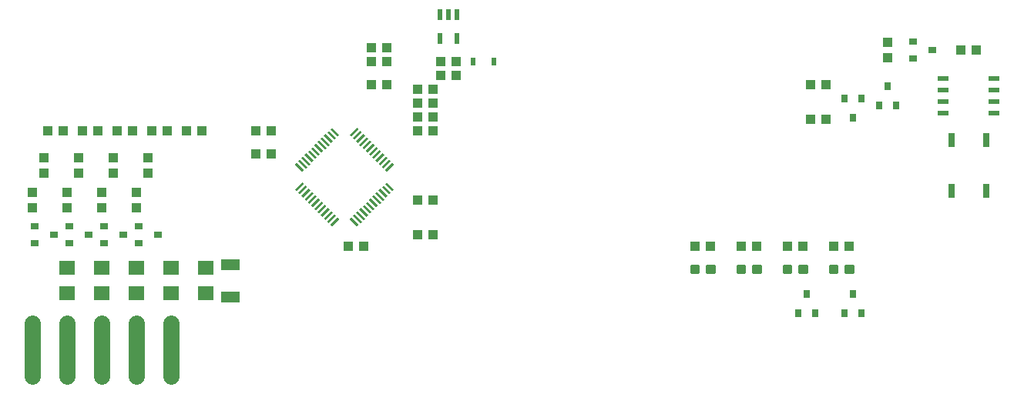
<source format=gtp>
G75*
%MOIN*%
%OFA0B0*%
%FSLAX25Y25*%
%IPPOS*%
%LPD*%
%AMOC8*
5,1,8,0,0,1.08239X$1,22.5*
%
%ADD10R,0.08110X0.05000*%
%ADD11R,0.04331X0.03937*%
%ADD12R,0.07087X0.06299*%
%ADD13R,0.03150X0.03543*%
%ADD14R,0.02480X0.03268*%
%ADD15R,0.04724X0.02362*%
%ADD16R,0.03543X0.03150*%
%ADD17R,0.03937X0.04331*%
%ADD18R,0.03000X0.06000*%
%ADD19C,0.07000*%
%ADD20R,0.02165X0.04724*%
%ADD21R,0.01000X0.04500*%
%ADD22R,0.04500X0.01000*%
%ADD23C,0.01181*%
D10*
X0503833Y0051424D03*
X0503833Y0065243D03*
D11*
X0554987Y0073333D03*
X0561680Y0073333D03*
X0584987Y0078333D03*
X0591680Y0078333D03*
X0591680Y0093333D03*
X0584987Y0093333D03*
X0521680Y0113333D03*
X0514987Y0113333D03*
X0514987Y0123333D03*
X0521680Y0123333D03*
X0491680Y0123333D03*
X0484987Y0123333D03*
X0476680Y0123333D03*
X0469987Y0123333D03*
X0461680Y0123333D03*
X0454987Y0123333D03*
X0446680Y0123333D03*
X0439987Y0123333D03*
X0431680Y0123333D03*
X0424987Y0123333D03*
X0564987Y0143333D03*
X0571680Y0143333D03*
X0584987Y0141333D03*
X0591680Y0141333D03*
X0591680Y0135333D03*
X0584987Y0135333D03*
X0584987Y0129333D03*
X0591680Y0129333D03*
X0591680Y0123333D03*
X0584987Y0123333D03*
X0594987Y0147333D03*
X0601680Y0147333D03*
X0601680Y0153333D03*
X0594987Y0153333D03*
X0571680Y0153333D03*
X0564987Y0153333D03*
X0564987Y0159333D03*
X0571680Y0159333D03*
X0754987Y0143333D03*
X0761680Y0143333D03*
X0761680Y0128333D03*
X0754987Y0128333D03*
X0819987Y0158333D03*
X0826680Y0158333D03*
X0771680Y0073333D03*
X0764987Y0073333D03*
X0751680Y0073333D03*
X0744987Y0073333D03*
X0731680Y0073333D03*
X0724987Y0073333D03*
X0711680Y0073333D03*
X0704987Y0073333D03*
D12*
X0493333Y0063845D03*
X0478333Y0063845D03*
X0463333Y0063845D03*
X0448333Y0063845D03*
X0433333Y0063845D03*
X0433333Y0052822D03*
X0448333Y0052822D03*
X0463333Y0052822D03*
X0478333Y0052822D03*
X0493333Y0052822D03*
D13*
X0749593Y0044396D03*
X0757073Y0044396D03*
X0769593Y0044396D03*
X0777073Y0044396D03*
X0773333Y0052664D03*
X0753333Y0052664D03*
X0773333Y0129003D03*
X0784593Y0134396D03*
X0792073Y0134396D03*
X0777073Y0137270D03*
X0769593Y0137270D03*
X0788333Y0142664D03*
D14*
X0617861Y0153333D03*
X0608806Y0153333D03*
D15*
X0812310Y0145833D03*
X0812310Y0140833D03*
X0812310Y0135833D03*
X0812310Y0130833D03*
X0834357Y0130833D03*
X0834357Y0135833D03*
X0834357Y0140833D03*
X0834357Y0145833D03*
D16*
X0799396Y0154593D03*
X0807664Y0158333D03*
X0799396Y0162073D03*
X0464396Y0082073D03*
X0457664Y0078333D03*
X0472664Y0078333D03*
X0464396Y0074593D03*
X0449396Y0074593D03*
X0442664Y0078333D03*
X0449396Y0082073D03*
X0434396Y0082073D03*
X0427664Y0078333D03*
X0434396Y0074593D03*
X0419396Y0074593D03*
X0419396Y0082073D03*
D17*
X0418333Y0089987D03*
X0433333Y0089987D03*
X0448333Y0089987D03*
X0463333Y0089987D03*
X0463333Y0096680D03*
X0448333Y0096680D03*
X0433333Y0096680D03*
X0418333Y0096680D03*
X0423333Y0104987D03*
X0438333Y0104987D03*
X0453333Y0104987D03*
X0468333Y0104987D03*
X0468333Y0111680D03*
X0453333Y0111680D03*
X0438333Y0111680D03*
X0423333Y0111680D03*
X0788333Y0154987D03*
X0788333Y0161680D03*
D18*
X0815833Y0119333D03*
X0830833Y0119333D03*
X0830833Y0097333D03*
X0815833Y0097333D03*
D19*
X0418333Y0039833D02*
X0418333Y0016833D01*
X0433333Y0016833D02*
X0433333Y0039833D01*
X0448333Y0039833D02*
X0448333Y0016833D01*
X0463333Y0016833D02*
X0463333Y0039833D01*
X0478333Y0039833D02*
X0478333Y0016833D01*
D20*
X0594593Y0163215D03*
X0602073Y0163215D03*
X0602073Y0173452D03*
X0598333Y0173452D03*
X0594593Y0173452D03*
D21*
G36*
X0556272Y0120877D02*
X0555565Y0121584D01*
X0558746Y0124765D01*
X0559453Y0124058D01*
X0556272Y0120877D01*
G37*
G36*
X0557664Y0119485D02*
X0556957Y0120192D01*
X0560138Y0123373D01*
X0560845Y0122666D01*
X0557664Y0119485D01*
G37*
G36*
X0559056Y0118093D02*
X0558349Y0118800D01*
X0561530Y0121981D01*
X0562237Y0121274D01*
X0559056Y0118093D01*
G37*
G36*
X0560448Y0116701D02*
X0559741Y0117408D01*
X0562922Y0120589D01*
X0563629Y0119882D01*
X0560448Y0116701D01*
G37*
G36*
X0561840Y0115309D02*
X0561133Y0116016D01*
X0564314Y0119197D01*
X0565021Y0118490D01*
X0561840Y0115309D01*
G37*
G36*
X0563232Y0113917D02*
X0562525Y0114624D01*
X0565706Y0117805D01*
X0566413Y0117098D01*
X0563232Y0113917D01*
G37*
G36*
X0564624Y0112525D02*
X0563917Y0113232D01*
X0567098Y0116413D01*
X0567805Y0115706D01*
X0564624Y0112525D01*
G37*
G36*
X0566016Y0111133D02*
X0565309Y0111840D01*
X0568490Y0115021D01*
X0569197Y0114314D01*
X0566016Y0111133D01*
G37*
G36*
X0567408Y0109741D02*
X0566701Y0110448D01*
X0569882Y0113629D01*
X0570589Y0112922D01*
X0567408Y0109741D01*
G37*
G36*
X0568800Y0108349D02*
X0568093Y0109056D01*
X0571274Y0112237D01*
X0571981Y0111530D01*
X0568800Y0108349D01*
G37*
G36*
X0570192Y0106957D02*
X0569485Y0107664D01*
X0572666Y0110845D01*
X0573373Y0110138D01*
X0570192Y0106957D01*
G37*
G36*
X0571584Y0105565D02*
X0570877Y0106272D01*
X0574058Y0109453D01*
X0574765Y0108746D01*
X0571584Y0105565D01*
G37*
G36*
X0532609Y0097213D02*
X0531902Y0097920D01*
X0535083Y0101101D01*
X0535790Y0100394D01*
X0532609Y0097213D01*
G37*
G36*
X0534001Y0095822D02*
X0533294Y0096529D01*
X0536475Y0099710D01*
X0537182Y0099003D01*
X0534001Y0095822D01*
G37*
G36*
X0535393Y0094430D02*
X0534686Y0095137D01*
X0537867Y0098318D01*
X0538574Y0097611D01*
X0535393Y0094430D01*
G37*
G36*
X0536785Y0093038D02*
X0536078Y0093745D01*
X0539259Y0096926D01*
X0539966Y0096219D01*
X0536785Y0093038D01*
G37*
G36*
X0538177Y0091646D02*
X0537470Y0092353D01*
X0540651Y0095534D01*
X0541358Y0094827D01*
X0538177Y0091646D01*
G37*
G36*
X0539569Y0090254D02*
X0538862Y0090961D01*
X0542043Y0094142D01*
X0542750Y0093435D01*
X0539569Y0090254D01*
G37*
G36*
X0540961Y0088862D02*
X0540254Y0089569D01*
X0543435Y0092750D01*
X0544142Y0092043D01*
X0540961Y0088862D01*
G37*
G36*
X0542353Y0087470D02*
X0541646Y0088177D01*
X0544827Y0091358D01*
X0545534Y0090651D01*
X0542353Y0087470D01*
G37*
G36*
X0543745Y0086078D02*
X0543038Y0086785D01*
X0546219Y0089966D01*
X0546926Y0089259D01*
X0543745Y0086078D01*
G37*
G36*
X0545137Y0084686D02*
X0544430Y0085393D01*
X0547611Y0088574D01*
X0548318Y0087867D01*
X0545137Y0084686D01*
G37*
G36*
X0546529Y0083294D02*
X0545822Y0084001D01*
X0549003Y0087182D01*
X0549710Y0086475D01*
X0546529Y0083294D01*
G37*
G36*
X0547920Y0081902D02*
X0547213Y0082609D01*
X0550394Y0085790D01*
X0551101Y0085083D01*
X0547920Y0081902D01*
G37*
D22*
G36*
X0558746Y0081902D02*
X0555565Y0085083D01*
X0556272Y0085790D01*
X0559453Y0082609D01*
X0558746Y0081902D01*
G37*
G36*
X0560138Y0083294D02*
X0556957Y0086475D01*
X0557664Y0087182D01*
X0560845Y0084001D01*
X0560138Y0083294D01*
G37*
G36*
X0561530Y0084686D02*
X0558349Y0087867D01*
X0559056Y0088574D01*
X0562237Y0085393D01*
X0561530Y0084686D01*
G37*
G36*
X0562922Y0086078D02*
X0559741Y0089259D01*
X0560448Y0089966D01*
X0563629Y0086785D01*
X0562922Y0086078D01*
G37*
G36*
X0564314Y0087470D02*
X0561133Y0090651D01*
X0561840Y0091358D01*
X0565021Y0088177D01*
X0564314Y0087470D01*
G37*
G36*
X0565706Y0088862D02*
X0562525Y0092043D01*
X0563232Y0092750D01*
X0566413Y0089569D01*
X0565706Y0088862D01*
G37*
G36*
X0567098Y0090254D02*
X0563917Y0093435D01*
X0564624Y0094142D01*
X0567805Y0090961D01*
X0567098Y0090254D01*
G37*
G36*
X0568490Y0091646D02*
X0565309Y0094827D01*
X0566016Y0095534D01*
X0569197Y0092353D01*
X0568490Y0091646D01*
G37*
G36*
X0569882Y0093038D02*
X0566701Y0096219D01*
X0567408Y0096926D01*
X0570589Y0093745D01*
X0569882Y0093038D01*
G37*
G36*
X0571274Y0094430D02*
X0568093Y0097611D01*
X0568800Y0098318D01*
X0571981Y0095137D01*
X0571274Y0094430D01*
G37*
G36*
X0572666Y0095822D02*
X0569485Y0099003D01*
X0570192Y0099710D01*
X0573373Y0096529D01*
X0572666Y0095822D01*
G37*
G36*
X0574058Y0097213D02*
X0570877Y0100394D01*
X0571584Y0101101D01*
X0574765Y0097920D01*
X0574058Y0097213D01*
G37*
G36*
X0536475Y0106957D02*
X0533294Y0110138D01*
X0534001Y0110845D01*
X0537182Y0107664D01*
X0536475Y0106957D01*
G37*
G36*
X0535083Y0105565D02*
X0531902Y0108746D01*
X0532609Y0109453D01*
X0535790Y0106272D01*
X0535083Y0105565D01*
G37*
G36*
X0537867Y0108349D02*
X0534686Y0111530D01*
X0535393Y0112237D01*
X0538574Y0109056D01*
X0537867Y0108349D01*
G37*
G36*
X0539259Y0109741D02*
X0536078Y0112922D01*
X0536785Y0113629D01*
X0539966Y0110448D01*
X0539259Y0109741D01*
G37*
G36*
X0540651Y0111133D02*
X0537470Y0114314D01*
X0538177Y0115021D01*
X0541358Y0111840D01*
X0540651Y0111133D01*
G37*
G36*
X0542043Y0112525D02*
X0538862Y0115706D01*
X0539569Y0116413D01*
X0542750Y0113232D01*
X0542043Y0112525D01*
G37*
G36*
X0543435Y0113917D02*
X0540254Y0117098D01*
X0540961Y0117805D01*
X0544142Y0114624D01*
X0543435Y0113917D01*
G37*
G36*
X0544827Y0115309D02*
X0541646Y0118490D01*
X0542353Y0119197D01*
X0545534Y0116016D01*
X0544827Y0115309D01*
G37*
G36*
X0546219Y0116701D02*
X0543038Y0119882D01*
X0543745Y0120589D01*
X0546926Y0117408D01*
X0546219Y0116701D01*
G37*
G36*
X0547611Y0118093D02*
X0544430Y0121274D01*
X0545137Y0121981D01*
X0548318Y0118800D01*
X0547611Y0118093D01*
G37*
G36*
X0549003Y0119485D02*
X0545822Y0122666D01*
X0546529Y0123373D01*
X0549710Y0120192D01*
X0549003Y0119485D01*
G37*
G36*
X0550394Y0120877D02*
X0547213Y0124058D01*
X0547920Y0124765D01*
X0551101Y0121584D01*
X0550394Y0120877D01*
G37*
D23*
X0703503Y0064711D02*
X0703503Y0061955D01*
X0703503Y0064711D02*
X0706259Y0064711D01*
X0706259Y0061955D01*
X0703503Y0061955D01*
X0703503Y0063077D02*
X0706259Y0063077D01*
X0706259Y0064199D02*
X0703503Y0064199D01*
X0710408Y0064711D02*
X0710408Y0061955D01*
X0710408Y0064711D02*
X0713164Y0064711D01*
X0713164Y0061955D01*
X0710408Y0061955D01*
X0710408Y0063077D02*
X0713164Y0063077D01*
X0713164Y0064199D02*
X0710408Y0064199D01*
X0723503Y0064711D02*
X0723503Y0061955D01*
X0723503Y0064711D02*
X0726259Y0064711D01*
X0726259Y0061955D01*
X0723503Y0061955D01*
X0723503Y0063077D02*
X0726259Y0063077D01*
X0726259Y0064199D02*
X0723503Y0064199D01*
X0730408Y0064711D02*
X0730408Y0061955D01*
X0730408Y0064711D02*
X0733164Y0064711D01*
X0733164Y0061955D01*
X0730408Y0061955D01*
X0730408Y0063077D02*
X0733164Y0063077D01*
X0733164Y0064199D02*
X0730408Y0064199D01*
X0743503Y0064711D02*
X0743503Y0061955D01*
X0743503Y0064711D02*
X0746259Y0064711D01*
X0746259Y0061955D01*
X0743503Y0061955D01*
X0743503Y0063077D02*
X0746259Y0063077D01*
X0746259Y0064199D02*
X0743503Y0064199D01*
X0750408Y0064711D02*
X0750408Y0061955D01*
X0750408Y0064711D02*
X0753164Y0064711D01*
X0753164Y0061955D01*
X0750408Y0061955D01*
X0750408Y0063077D02*
X0753164Y0063077D01*
X0753164Y0064199D02*
X0750408Y0064199D01*
X0763503Y0064711D02*
X0763503Y0061955D01*
X0763503Y0064711D02*
X0766259Y0064711D01*
X0766259Y0061955D01*
X0763503Y0061955D01*
X0763503Y0063077D02*
X0766259Y0063077D01*
X0766259Y0064199D02*
X0763503Y0064199D01*
X0770408Y0064711D02*
X0770408Y0061955D01*
X0770408Y0064711D02*
X0773164Y0064711D01*
X0773164Y0061955D01*
X0770408Y0061955D01*
X0770408Y0063077D02*
X0773164Y0063077D01*
X0773164Y0064199D02*
X0770408Y0064199D01*
M02*

</source>
